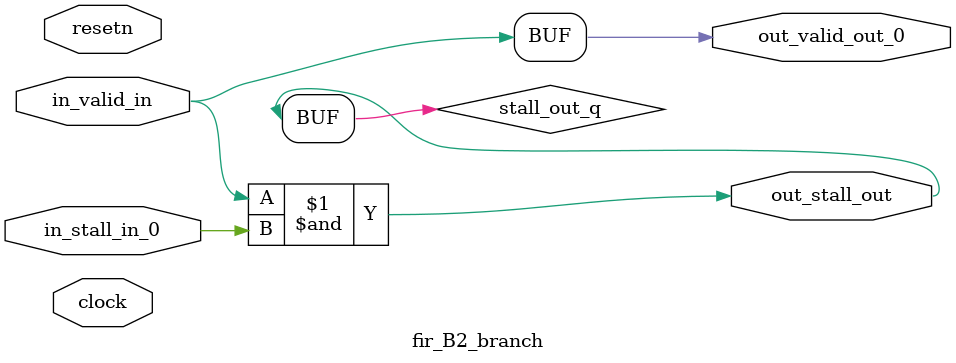
<source format=sv>



(* altera_attribute = "-name AUTO_SHIFT_REGISTER_RECOGNITION OFF; -name MESSAGE_DISABLE 10036; -name MESSAGE_DISABLE 10037; -name MESSAGE_DISABLE 14130; -name MESSAGE_DISABLE 14320; -name MESSAGE_DISABLE 15400; -name MESSAGE_DISABLE 14130; -name MESSAGE_DISABLE 10036; -name MESSAGE_DISABLE 12020; -name MESSAGE_DISABLE 12030; -name MESSAGE_DISABLE 12010; -name MESSAGE_DISABLE 12110; -name MESSAGE_DISABLE 14320; -name MESSAGE_DISABLE 13410; -name MESSAGE_DISABLE 113007; -name MESSAGE_DISABLE 10958" *)
module fir_B2_branch (
    input wire [0:0] in_stall_in_0,
    input wire [0:0] in_valid_in,
    output wire [0:0] out_stall_out,
    output wire [0:0] out_valid_out_0,
    input wire clock,
    input wire resetn
    );

    wire [0:0] stall_out_q;


    // stall_out(LOGICAL,6)
    assign stall_out_q = in_valid_in & in_stall_in_0;

    // out_stall_out(GPOUT,4)
    assign out_stall_out = stall_out_q;

    // out_valid_out_0(GPOUT,5)
    assign out_valid_out_0 = in_valid_in;

endmodule

</source>
